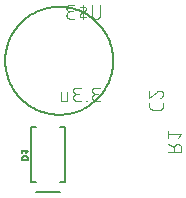
<source format=gbr>
G04 EAGLE Gerber X2 export*
%TF.Part,Single*%
%TF.FileFunction,Legend,Bot,1*%
%TF.FilePolarity,Positive*%
%TF.GenerationSoftware,Autodesk,EAGLE,8.6.3*%
%TF.CreationDate,2018-02-24T21:50:36Z*%
G75*
%MOMM*%
%FSLAX34Y34*%
%LPD*%
%AMOC8*
5,1,8,0,0,1.08239X$1,22.5*%
G01*
%ADD10C,0.101600*%
%ADD11C,0.203200*%
%ADD12C,0.127000*%


D10*
X40340Y22617D02*
X40340Y20020D01*
X40342Y19921D01*
X40348Y19821D01*
X40357Y19722D01*
X40370Y19624D01*
X40387Y19526D01*
X40408Y19428D01*
X40433Y19332D01*
X40461Y19237D01*
X40493Y19143D01*
X40528Y19050D01*
X40567Y18958D01*
X40610Y18868D01*
X40655Y18780D01*
X40705Y18693D01*
X40757Y18609D01*
X40813Y18526D01*
X40871Y18446D01*
X40933Y18368D01*
X40998Y18293D01*
X41066Y18220D01*
X41136Y18150D01*
X41209Y18082D01*
X41284Y18017D01*
X41362Y17955D01*
X41442Y17897D01*
X41525Y17841D01*
X41609Y17789D01*
X41696Y17739D01*
X41784Y17694D01*
X41874Y17651D01*
X41966Y17612D01*
X42059Y17577D01*
X42153Y17545D01*
X42248Y17517D01*
X42344Y17492D01*
X42442Y17471D01*
X42540Y17454D01*
X42638Y17441D01*
X42737Y17432D01*
X42837Y17426D01*
X42936Y17424D01*
X49428Y17424D01*
X49527Y17426D01*
X49627Y17432D01*
X49726Y17441D01*
X49824Y17454D01*
X49922Y17471D01*
X50020Y17492D01*
X50116Y17517D01*
X50211Y17545D01*
X50305Y17577D01*
X50398Y17612D01*
X50490Y17651D01*
X50580Y17694D01*
X50668Y17739D01*
X50755Y17789D01*
X50839Y17841D01*
X50922Y17897D01*
X51002Y17955D01*
X51080Y18017D01*
X51155Y18082D01*
X51228Y18150D01*
X51298Y18220D01*
X51366Y18293D01*
X51431Y18368D01*
X51493Y18446D01*
X51551Y18526D01*
X51607Y18609D01*
X51659Y18693D01*
X51709Y18780D01*
X51754Y18868D01*
X51797Y18958D01*
X51836Y19050D01*
X51871Y19142D01*
X51903Y19237D01*
X51931Y19332D01*
X51956Y19428D01*
X51977Y19526D01*
X51994Y19624D01*
X52007Y19722D01*
X52016Y19821D01*
X52022Y19921D01*
X52024Y20020D01*
X52024Y22617D01*
X52024Y30552D02*
X52022Y30659D01*
X52016Y30765D01*
X52006Y30871D01*
X51993Y30977D01*
X51975Y31083D01*
X51954Y31187D01*
X51929Y31291D01*
X51900Y31394D01*
X51868Y31495D01*
X51831Y31595D01*
X51791Y31694D01*
X51748Y31792D01*
X51701Y31888D01*
X51650Y31982D01*
X51596Y32074D01*
X51539Y32164D01*
X51479Y32252D01*
X51415Y32337D01*
X51348Y32420D01*
X51278Y32501D01*
X51206Y32579D01*
X51130Y32655D01*
X51052Y32727D01*
X50971Y32797D01*
X50888Y32864D01*
X50803Y32928D01*
X50715Y32988D01*
X50625Y33045D01*
X50533Y33099D01*
X50439Y33150D01*
X50343Y33197D01*
X50245Y33240D01*
X50146Y33280D01*
X50046Y33317D01*
X49945Y33349D01*
X49842Y33378D01*
X49738Y33403D01*
X49634Y33424D01*
X49528Y33442D01*
X49422Y33455D01*
X49316Y33465D01*
X49210Y33471D01*
X49103Y33473D01*
X52024Y30552D02*
X52022Y30431D01*
X52016Y30310D01*
X52006Y30190D01*
X51993Y30069D01*
X51975Y29950D01*
X51954Y29830D01*
X51929Y29712D01*
X51900Y29595D01*
X51867Y29478D01*
X51831Y29363D01*
X51790Y29249D01*
X51747Y29136D01*
X51699Y29024D01*
X51648Y28915D01*
X51593Y28807D01*
X51535Y28700D01*
X51474Y28596D01*
X51409Y28494D01*
X51341Y28394D01*
X51270Y28296D01*
X51196Y28200D01*
X51119Y28107D01*
X51038Y28017D01*
X50955Y27929D01*
X50869Y27844D01*
X50780Y27761D01*
X50689Y27682D01*
X50595Y27605D01*
X50499Y27532D01*
X50401Y27462D01*
X50300Y27395D01*
X50197Y27331D01*
X50092Y27271D01*
X49985Y27214D01*
X49877Y27160D01*
X49767Y27110D01*
X49655Y27064D01*
X49542Y27021D01*
X49427Y26982D01*
X46831Y32500D02*
X46908Y32579D01*
X46989Y32655D01*
X47072Y32728D01*
X47157Y32798D01*
X47245Y32865D01*
X47335Y32929D01*
X47427Y32989D01*
X47522Y33046D01*
X47618Y33100D01*
X47716Y33151D01*
X47816Y33198D01*
X47918Y33242D01*
X48021Y33282D01*
X48125Y33318D01*
X48231Y33350D01*
X48337Y33379D01*
X48445Y33404D01*
X48553Y33426D01*
X48663Y33443D01*
X48772Y33457D01*
X48882Y33466D01*
X48993Y33472D01*
X49103Y33474D01*
X46831Y32500D02*
X40340Y26982D01*
X40340Y33473D01*
D11*
X-55530Y2328D02*
X-60030Y2328D01*
X-60030Y-43672D01*
X-55530Y-43672D01*
X-35530Y-43672D02*
X-31030Y-43672D01*
X-31030Y2328D01*
X-35530Y2328D01*
X-35530Y-52422D02*
X-55530Y-52422D01*
D12*
X-62675Y-24847D02*
X-67501Y-24847D01*
X-62675Y-24847D02*
X-62675Y-23507D01*
X-62677Y-23437D01*
X-62682Y-23367D01*
X-62692Y-23297D01*
X-62704Y-23228D01*
X-62721Y-23160D01*
X-62741Y-23093D01*
X-62764Y-23026D01*
X-62791Y-22962D01*
X-62821Y-22898D01*
X-62855Y-22837D01*
X-62891Y-22777D01*
X-62931Y-22719D01*
X-62974Y-22663D01*
X-63019Y-22610D01*
X-63068Y-22559D01*
X-63119Y-22510D01*
X-63172Y-22465D01*
X-63228Y-22422D01*
X-63286Y-22382D01*
X-63346Y-22346D01*
X-63407Y-22312D01*
X-63471Y-22282D01*
X-63535Y-22255D01*
X-63602Y-22232D01*
X-63669Y-22212D01*
X-63737Y-22195D01*
X-63806Y-22183D01*
X-63876Y-22173D01*
X-63946Y-22168D01*
X-64016Y-22166D01*
X-66161Y-22166D01*
X-66231Y-22168D01*
X-66301Y-22173D01*
X-66371Y-22183D01*
X-66440Y-22195D01*
X-66508Y-22212D01*
X-66575Y-22232D01*
X-66642Y-22255D01*
X-66706Y-22282D01*
X-66770Y-22312D01*
X-66832Y-22346D01*
X-66891Y-22382D01*
X-66949Y-22422D01*
X-67005Y-22465D01*
X-67058Y-22510D01*
X-67109Y-22559D01*
X-67158Y-22610D01*
X-67203Y-22663D01*
X-67246Y-22719D01*
X-67286Y-22777D01*
X-67322Y-22837D01*
X-67356Y-22898D01*
X-67386Y-22962D01*
X-67413Y-23026D01*
X-67436Y-23093D01*
X-67456Y-23160D01*
X-67473Y-23228D01*
X-67485Y-23297D01*
X-67495Y-23367D01*
X-67500Y-23437D01*
X-67502Y-23507D01*
X-67501Y-23507D02*
X-67501Y-24847D01*
X-63748Y-19178D02*
X-62675Y-17837D01*
X-67501Y-17837D01*
X-67501Y-16497D02*
X-67501Y-19178D01*
D10*
X55780Y-18266D02*
X67464Y-18266D01*
X67464Y-15020D01*
X67462Y-14907D01*
X67456Y-14794D01*
X67446Y-14681D01*
X67432Y-14568D01*
X67415Y-14456D01*
X67393Y-14345D01*
X67368Y-14235D01*
X67338Y-14125D01*
X67305Y-14017D01*
X67268Y-13910D01*
X67228Y-13804D01*
X67183Y-13700D01*
X67135Y-13597D01*
X67084Y-13496D01*
X67029Y-13397D01*
X66971Y-13300D01*
X66909Y-13205D01*
X66844Y-13112D01*
X66776Y-13022D01*
X66705Y-12934D01*
X66630Y-12848D01*
X66553Y-12765D01*
X66473Y-12685D01*
X66390Y-12608D01*
X66304Y-12533D01*
X66216Y-12462D01*
X66126Y-12394D01*
X66033Y-12329D01*
X65938Y-12267D01*
X65841Y-12209D01*
X65742Y-12154D01*
X65641Y-12103D01*
X65538Y-12055D01*
X65434Y-12010D01*
X65328Y-11970D01*
X65221Y-11933D01*
X65113Y-11900D01*
X65003Y-11870D01*
X64893Y-11845D01*
X64782Y-11823D01*
X64670Y-11806D01*
X64557Y-11792D01*
X64444Y-11782D01*
X64331Y-11776D01*
X64218Y-11774D01*
X64105Y-11776D01*
X63992Y-11782D01*
X63879Y-11792D01*
X63766Y-11806D01*
X63654Y-11823D01*
X63543Y-11845D01*
X63433Y-11870D01*
X63323Y-11900D01*
X63215Y-11933D01*
X63108Y-11970D01*
X63002Y-12010D01*
X62898Y-12055D01*
X62795Y-12103D01*
X62694Y-12154D01*
X62595Y-12209D01*
X62498Y-12267D01*
X62403Y-12329D01*
X62310Y-12394D01*
X62220Y-12462D01*
X62132Y-12533D01*
X62046Y-12608D01*
X61963Y-12685D01*
X61883Y-12765D01*
X61806Y-12848D01*
X61731Y-12934D01*
X61660Y-13022D01*
X61592Y-13112D01*
X61527Y-13205D01*
X61465Y-13300D01*
X61407Y-13397D01*
X61352Y-13496D01*
X61301Y-13597D01*
X61253Y-13700D01*
X61208Y-13804D01*
X61168Y-13910D01*
X61131Y-14017D01*
X61098Y-14125D01*
X61068Y-14235D01*
X61043Y-14345D01*
X61021Y-14456D01*
X61004Y-14568D01*
X60990Y-14681D01*
X60980Y-14794D01*
X60974Y-14907D01*
X60972Y-15020D01*
X60973Y-15020D02*
X60973Y-18266D01*
X60973Y-14371D02*
X55780Y-11775D01*
X64868Y-6910D02*
X67464Y-3664D01*
X55780Y-3664D01*
X55780Y-419D02*
X55780Y-6910D01*
D12*
X-81700Y58757D02*
X-81686Y59879D01*
X-81645Y60999D01*
X-81576Y62119D01*
X-81480Y63236D01*
X-81356Y64351D01*
X-81205Y65463D01*
X-81027Y66570D01*
X-80822Y67673D01*
X-80590Y68770D01*
X-80330Y69861D01*
X-80045Y70946D01*
X-79732Y72023D01*
X-79393Y73092D01*
X-79029Y74153D01*
X-78638Y75204D01*
X-78221Y76246D01*
X-77779Y77277D01*
X-77312Y78296D01*
X-76820Y79304D01*
X-76304Y80300D01*
X-75763Y81282D01*
X-75198Y82251D01*
X-74610Y83206D01*
X-73998Y84147D01*
X-73364Y85071D01*
X-72707Y85980D01*
X-72027Y86873D01*
X-71327Y87749D01*
X-70604Y88607D01*
X-69861Y89447D01*
X-69098Y90269D01*
X-68315Y91072D01*
X-67512Y91855D01*
X-66690Y92618D01*
X-65850Y93361D01*
X-64992Y94084D01*
X-64116Y94784D01*
X-63223Y95464D01*
X-62314Y96121D01*
X-61390Y96755D01*
X-60449Y97367D01*
X-59494Y97955D01*
X-58525Y98520D01*
X-57543Y99061D01*
X-56547Y99577D01*
X-55539Y100069D01*
X-54520Y100536D01*
X-53489Y100978D01*
X-52447Y101395D01*
X-51396Y101786D01*
X-50335Y102150D01*
X-49266Y102489D01*
X-48189Y102802D01*
X-47104Y103087D01*
X-46013Y103347D01*
X-44916Y103579D01*
X-43813Y103784D01*
X-42706Y103962D01*
X-41594Y104113D01*
X-40479Y104237D01*
X-39362Y104333D01*
X-38242Y104402D01*
X-37122Y104443D01*
X-36000Y104457D01*
X-34878Y104443D01*
X-33758Y104402D01*
X-32638Y104333D01*
X-31521Y104237D01*
X-30406Y104113D01*
X-29294Y103962D01*
X-28187Y103784D01*
X-27084Y103579D01*
X-25987Y103347D01*
X-24896Y103087D01*
X-23811Y102802D01*
X-22734Y102489D01*
X-21665Y102150D01*
X-20604Y101786D01*
X-19553Y101395D01*
X-18511Y100978D01*
X-17480Y100536D01*
X-16461Y100069D01*
X-15453Y99577D01*
X-14457Y99061D01*
X-13475Y98520D01*
X-12506Y97955D01*
X-11551Y97367D01*
X-10610Y96755D01*
X-9686Y96121D01*
X-8777Y95464D01*
X-7884Y94784D01*
X-7008Y94084D01*
X-6150Y93361D01*
X-5310Y92618D01*
X-4488Y91855D01*
X-3685Y91072D01*
X-2902Y90269D01*
X-2139Y89447D01*
X-1396Y88607D01*
X-673Y87749D01*
X27Y86873D01*
X707Y85980D01*
X1364Y85071D01*
X1998Y84147D01*
X2610Y83206D01*
X3198Y82251D01*
X3763Y81282D01*
X4304Y80300D01*
X4820Y79304D01*
X5312Y78296D01*
X5779Y77277D01*
X6221Y76246D01*
X6638Y75204D01*
X7029Y74153D01*
X7393Y73092D01*
X7732Y72023D01*
X8045Y70946D01*
X8330Y69861D01*
X8590Y68770D01*
X8822Y67673D01*
X9027Y66570D01*
X9205Y65463D01*
X9356Y64351D01*
X9480Y63236D01*
X9576Y62119D01*
X9645Y60999D01*
X9686Y59879D01*
X9700Y58757D01*
X9686Y57635D01*
X9645Y56515D01*
X9576Y55395D01*
X9480Y54278D01*
X9356Y53163D01*
X9205Y52051D01*
X9027Y50944D01*
X8822Y49841D01*
X8590Y48744D01*
X8330Y47653D01*
X8045Y46568D01*
X7732Y45491D01*
X7393Y44422D01*
X7029Y43361D01*
X6638Y42310D01*
X6221Y41268D01*
X5779Y40237D01*
X5312Y39218D01*
X4820Y38210D01*
X4304Y37214D01*
X3763Y36232D01*
X3198Y35263D01*
X2610Y34308D01*
X1998Y33367D01*
X1364Y32443D01*
X707Y31534D01*
X27Y30641D01*
X-673Y29765D01*
X-1396Y28907D01*
X-2139Y28067D01*
X-2902Y27245D01*
X-3685Y26442D01*
X-4488Y25659D01*
X-5310Y24896D01*
X-6150Y24153D01*
X-7008Y23430D01*
X-7884Y22730D01*
X-8777Y22050D01*
X-9686Y21393D01*
X-10610Y20759D01*
X-11551Y20147D01*
X-12506Y19559D01*
X-13475Y18994D01*
X-14457Y18453D01*
X-15453Y17937D01*
X-16461Y17445D01*
X-17480Y16978D01*
X-18511Y16536D01*
X-19553Y16119D01*
X-20604Y15728D01*
X-21665Y15364D01*
X-22734Y15025D01*
X-23811Y14712D01*
X-24896Y14427D01*
X-25987Y14167D01*
X-27084Y13935D01*
X-28187Y13730D01*
X-29294Y13552D01*
X-30406Y13401D01*
X-31521Y13277D01*
X-32638Y13181D01*
X-33758Y13112D01*
X-34878Y13071D01*
X-36000Y13057D01*
X-37122Y13071D01*
X-38242Y13112D01*
X-39362Y13181D01*
X-40479Y13277D01*
X-41594Y13401D01*
X-42706Y13552D01*
X-43813Y13730D01*
X-44916Y13935D01*
X-46013Y14167D01*
X-47104Y14427D01*
X-48189Y14712D01*
X-49266Y15025D01*
X-50335Y15364D01*
X-51396Y15728D01*
X-52447Y16119D01*
X-53489Y16536D01*
X-54520Y16978D01*
X-55539Y17445D01*
X-56547Y17937D01*
X-57543Y18453D01*
X-58525Y18994D01*
X-59494Y19559D01*
X-60449Y20147D01*
X-61390Y20759D01*
X-62314Y21393D01*
X-63223Y22050D01*
X-64116Y22730D01*
X-64992Y23430D01*
X-65850Y24153D01*
X-66690Y24896D01*
X-67512Y25659D01*
X-68315Y26442D01*
X-69098Y27245D01*
X-69861Y28067D01*
X-70604Y28907D01*
X-71327Y29765D01*
X-72027Y30641D01*
X-72707Y31534D01*
X-73364Y32443D01*
X-73998Y33367D01*
X-74610Y34308D01*
X-75198Y35263D01*
X-75763Y36232D01*
X-76304Y37214D01*
X-76820Y38210D01*
X-77312Y39218D01*
X-77779Y40237D01*
X-78221Y41268D01*
X-78638Y42310D01*
X-79029Y43361D01*
X-79393Y44422D01*
X-79732Y45491D01*
X-80045Y46568D01*
X-80330Y47653D01*
X-80590Y48744D01*
X-80822Y49841D01*
X-81027Y50944D01*
X-81205Y52051D01*
X-81356Y53163D01*
X-81480Y54278D01*
X-81576Y55395D01*
X-81645Y56515D01*
X-81686Y57635D01*
X-81700Y58757D01*
D10*
X-1608Y97411D02*
X-1608Y105849D01*
X-1608Y97411D02*
X-1610Y97298D01*
X-1616Y97185D01*
X-1626Y97072D01*
X-1640Y96959D01*
X-1657Y96847D01*
X-1679Y96736D01*
X-1704Y96626D01*
X-1734Y96516D01*
X-1767Y96408D01*
X-1804Y96301D01*
X-1844Y96195D01*
X-1889Y96091D01*
X-1937Y95988D01*
X-1988Y95887D01*
X-2043Y95788D01*
X-2101Y95691D01*
X-2163Y95596D01*
X-2228Y95503D01*
X-2296Y95413D01*
X-2367Y95325D01*
X-2442Y95239D01*
X-2519Y95156D01*
X-2599Y95076D01*
X-2682Y94999D01*
X-2768Y94924D01*
X-2856Y94853D01*
X-2946Y94785D01*
X-3039Y94720D01*
X-3134Y94658D01*
X-3231Y94600D01*
X-3330Y94545D01*
X-3431Y94494D01*
X-3534Y94446D01*
X-3638Y94401D01*
X-3744Y94361D01*
X-3851Y94324D01*
X-3959Y94291D01*
X-4069Y94261D01*
X-4179Y94236D01*
X-4290Y94214D01*
X-4402Y94197D01*
X-4515Y94183D01*
X-4628Y94173D01*
X-4741Y94167D01*
X-4854Y94165D01*
X-4967Y94167D01*
X-5080Y94173D01*
X-5193Y94183D01*
X-5306Y94197D01*
X-5418Y94214D01*
X-5529Y94236D01*
X-5639Y94261D01*
X-5749Y94291D01*
X-5857Y94324D01*
X-5964Y94361D01*
X-6070Y94401D01*
X-6174Y94446D01*
X-6277Y94494D01*
X-6378Y94545D01*
X-6477Y94600D01*
X-6574Y94658D01*
X-6669Y94720D01*
X-6762Y94785D01*
X-6852Y94853D01*
X-6940Y94924D01*
X-7026Y94999D01*
X-7109Y95076D01*
X-7189Y95156D01*
X-7266Y95239D01*
X-7341Y95325D01*
X-7412Y95413D01*
X-7480Y95503D01*
X-7545Y95596D01*
X-7607Y95691D01*
X-7665Y95788D01*
X-7720Y95887D01*
X-7771Y95988D01*
X-7819Y96091D01*
X-7864Y96195D01*
X-7904Y96301D01*
X-7941Y96408D01*
X-7974Y96516D01*
X-8004Y96626D01*
X-8029Y96736D01*
X-8051Y96847D01*
X-8068Y96959D01*
X-8082Y97072D01*
X-8092Y97185D01*
X-8098Y97298D01*
X-8100Y97411D01*
X-8099Y97411D02*
X-8099Y105849D01*
X-15903Y105849D02*
X-15903Y94165D01*
X-15903Y100007D02*
X-14280Y100981D01*
X-14279Y100981D02*
X-14206Y101028D01*
X-14135Y101077D01*
X-14065Y101130D01*
X-13999Y101186D01*
X-13935Y101245D01*
X-13873Y101306D01*
X-13815Y101370D01*
X-13759Y101437D01*
X-13707Y101506D01*
X-13657Y101578D01*
X-13611Y101652D01*
X-13568Y101727D01*
X-13529Y101805D01*
X-13493Y101884D01*
X-13461Y101965D01*
X-13432Y102047D01*
X-13407Y102130D01*
X-13386Y102214D01*
X-13369Y102299D01*
X-13355Y102385D01*
X-13346Y102471D01*
X-13340Y102558D01*
X-13338Y102645D01*
X-13340Y102732D01*
X-13346Y102819D01*
X-13356Y102905D01*
X-13369Y102991D01*
X-13387Y103076D01*
X-13408Y103160D01*
X-13433Y103243D01*
X-13462Y103326D01*
X-13494Y103406D01*
X-13530Y103485D01*
X-13569Y103563D01*
X-13612Y103638D01*
X-13659Y103712D01*
X-13708Y103783D01*
X-13761Y103853D01*
X-13816Y103919D01*
X-13875Y103983D01*
X-13936Y104045D01*
X-14001Y104104D01*
X-14067Y104159D01*
X-14136Y104212D01*
X-14208Y104262D01*
X-14281Y104308D01*
X-14357Y104351D01*
X-14434Y104390D01*
X-14513Y104426D01*
X-14594Y104459D01*
X-14676Y104487D01*
X-14759Y104513D01*
X-14843Y104534D01*
X-14929Y104551D01*
X-15069Y104575D01*
X-15211Y104595D01*
X-15352Y104611D01*
X-15494Y104622D01*
X-15637Y104630D01*
X-15779Y104634D01*
X-15922Y104635D01*
X-16065Y104631D01*
X-16207Y104623D01*
X-16349Y104611D01*
X-16491Y104595D01*
X-16632Y104576D01*
X-16773Y104552D01*
X-16913Y104525D01*
X-17052Y104493D01*
X-17190Y104458D01*
X-17328Y104419D01*
X-17464Y104376D01*
X-17598Y104330D01*
X-17732Y104279D01*
X-17864Y104226D01*
X-17994Y104168D01*
X-18123Y104107D01*
X-18250Y104042D01*
X-18376Y103974D01*
X-18499Y103902D01*
X-15903Y100007D02*
X-17525Y99034D01*
X-17526Y99034D02*
X-17599Y98987D01*
X-17670Y98938D01*
X-17740Y98885D01*
X-17806Y98829D01*
X-17870Y98770D01*
X-17932Y98709D01*
X-17990Y98645D01*
X-18046Y98578D01*
X-18098Y98509D01*
X-18148Y98437D01*
X-18194Y98363D01*
X-18237Y98288D01*
X-18276Y98210D01*
X-18312Y98131D01*
X-18344Y98050D01*
X-18373Y97968D01*
X-18398Y97885D01*
X-18419Y97801D01*
X-18436Y97716D01*
X-18450Y97630D01*
X-18459Y97544D01*
X-18465Y97457D01*
X-18467Y97370D01*
X-18465Y97283D01*
X-18459Y97196D01*
X-18449Y97110D01*
X-18436Y97024D01*
X-18418Y96939D01*
X-18397Y96855D01*
X-18372Y96772D01*
X-18343Y96689D01*
X-18311Y96609D01*
X-18275Y96530D01*
X-18236Y96452D01*
X-18193Y96377D01*
X-18146Y96303D01*
X-18097Y96232D01*
X-18044Y96162D01*
X-17989Y96096D01*
X-17930Y96032D01*
X-17869Y95970D01*
X-17804Y95911D01*
X-17738Y95856D01*
X-17669Y95803D01*
X-17597Y95753D01*
X-17524Y95707D01*
X-17448Y95664D01*
X-17371Y95625D01*
X-17292Y95589D01*
X-17211Y95556D01*
X-17129Y95528D01*
X-17046Y95502D01*
X-16962Y95481D01*
X-16877Y95464D01*
X-16876Y95463D02*
X-16736Y95439D01*
X-16594Y95419D01*
X-16453Y95403D01*
X-16311Y95392D01*
X-16168Y95384D01*
X-16026Y95380D01*
X-15883Y95379D01*
X-15740Y95383D01*
X-15598Y95391D01*
X-15456Y95403D01*
X-15314Y95419D01*
X-15173Y95438D01*
X-15032Y95462D01*
X-14892Y95489D01*
X-14753Y95521D01*
X-14615Y95556D01*
X-14477Y95595D01*
X-14341Y95638D01*
X-14207Y95684D01*
X-14073Y95735D01*
X-13941Y95788D01*
X-13811Y95846D01*
X-13682Y95907D01*
X-13555Y95972D01*
X-13429Y96040D01*
X-13306Y96112D01*
X-23325Y94165D02*
X-26571Y94165D01*
X-26684Y94167D01*
X-26797Y94173D01*
X-26910Y94183D01*
X-27023Y94197D01*
X-27135Y94214D01*
X-27246Y94236D01*
X-27356Y94261D01*
X-27466Y94291D01*
X-27574Y94324D01*
X-27681Y94361D01*
X-27787Y94401D01*
X-27891Y94446D01*
X-27994Y94494D01*
X-28095Y94545D01*
X-28194Y94600D01*
X-28291Y94658D01*
X-28386Y94720D01*
X-28479Y94785D01*
X-28569Y94853D01*
X-28657Y94924D01*
X-28743Y94999D01*
X-28826Y95076D01*
X-28906Y95156D01*
X-28983Y95239D01*
X-29058Y95325D01*
X-29129Y95413D01*
X-29197Y95503D01*
X-29262Y95596D01*
X-29324Y95691D01*
X-29382Y95788D01*
X-29437Y95887D01*
X-29488Y95988D01*
X-29536Y96091D01*
X-29581Y96195D01*
X-29621Y96301D01*
X-29658Y96408D01*
X-29691Y96516D01*
X-29721Y96626D01*
X-29746Y96736D01*
X-29768Y96847D01*
X-29785Y96959D01*
X-29799Y97072D01*
X-29809Y97185D01*
X-29815Y97298D01*
X-29817Y97411D01*
X-29815Y97524D01*
X-29809Y97637D01*
X-29799Y97750D01*
X-29785Y97863D01*
X-29768Y97975D01*
X-29746Y98086D01*
X-29721Y98196D01*
X-29691Y98306D01*
X-29658Y98414D01*
X-29621Y98521D01*
X-29581Y98627D01*
X-29536Y98731D01*
X-29488Y98834D01*
X-29437Y98935D01*
X-29382Y99034D01*
X-29324Y99131D01*
X-29262Y99226D01*
X-29197Y99319D01*
X-29129Y99409D01*
X-29058Y99497D01*
X-28983Y99583D01*
X-28906Y99666D01*
X-28826Y99746D01*
X-28743Y99823D01*
X-28657Y99898D01*
X-28569Y99969D01*
X-28479Y100037D01*
X-28386Y100102D01*
X-28291Y100164D01*
X-28194Y100222D01*
X-28095Y100277D01*
X-27994Y100328D01*
X-27891Y100376D01*
X-27787Y100421D01*
X-27681Y100461D01*
X-27574Y100498D01*
X-27466Y100531D01*
X-27356Y100561D01*
X-27246Y100586D01*
X-27135Y100608D01*
X-27023Y100625D01*
X-26910Y100639D01*
X-26797Y100649D01*
X-26684Y100655D01*
X-26571Y100657D01*
X-27220Y105849D02*
X-23325Y105849D01*
X-27220Y105849D02*
X-27321Y105847D01*
X-27421Y105841D01*
X-27521Y105831D01*
X-27621Y105818D01*
X-27720Y105800D01*
X-27819Y105779D01*
X-27916Y105754D01*
X-28013Y105725D01*
X-28108Y105692D01*
X-28202Y105656D01*
X-28294Y105616D01*
X-28385Y105573D01*
X-28474Y105526D01*
X-28561Y105476D01*
X-28647Y105422D01*
X-28730Y105365D01*
X-28810Y105305D01*
X-28889Y105242D01*
X-28965Y105175D01*
X-29038Y105106D01*
X-29108Y105034D01*
X-29176Y104960D01*
X-29241Y104883D01*
X-29302Y104803D01*
X-29361Y104721D01*
X-29416Y104637D01*
X-29468Y104551D01*
X-29517Y104463D01*
X-29562Y104373D01*
X-29604Y104281D01*
X-29642Y104188D01*
X-29676Y104093D01*
X-29707Y103998D01*
X-29734Y103901D01*
X-29757Y103803D01*
X-29777Y103704D01*
X-29792Y103604D01*
X-29804Y103504D01*
X-29812Y103404D01*
X-29816Y103303D01*
X-29816Y103203D01*
X-29812Y103102D01*
X-29804Y103002D01*
X-29792Y102902D01*
X-29777Y102802D01*
X-29757Y102703D01*
X-29734Y102605D01*
X-29707Y102508D01*
X-29676Y102413D01*
X-29642Y102318D01*
X-29604Y102225D01*
X-29562Y102133D01*
X-29517Y102043D01*
X-29468Y101955D01*
X-29416Y101869D01*
X-29361Y101785D01*
X-29302Y101703D01*
X-29241Y101623D01*
X-29176Y101546D01*
X-29108Y101472D01*
X-29038Y101400D01*
X-28965Y101331D01*
X-28889Y101264D01*
X-28810Y101201D01*
X-28730Y101141D01*
X-28647Y101084D01*
X-28561Y101030D01*
X-28474Y100980D01*
X-28385Y100933D01*
X-28294Y100890D01*
X-28202Y100850D01*
X-28108Y100814D01*
X-28013Y100781D01*
X-27916Y100752D01*
X-27819Y100727D01*
X-27720Y100706D01*
X-27621Y100688D01*
X-27521Y100675D01*
X-27421Y100665D01*
X-27321Y100659D01*
X-27220Y100657D01*
X-27220Y100656D02*
X-24623Y100656D01*
X-4854Y24365D02*
X-1608Y24365D01*
X-4854Y24365D02*
X-4967Y24367D01*
X-5080Y24373D01*
X-5193Y24383D01*
X-5306Y24397D01*
X-5418Y24414D01*
X-5529Y24436D01*
X-5639Y24461D01*
X-5749Y24491D01*
X-5857Y24524D01*
X-5964Y24561D01*
X-6070Y24601D01*
X-6174Y24646D01*
X-6277Y24694D01*
X-6378Y24745D01*
X-6477Y24800D01*
X-6574Y24858D01*
X-6669Y24920D01*
X-6762Y24985D01*
X-6852Y25053D01*
X-6940Y25124D01*
X-7026Y25199D01*
X-7109Y25276D01*
X-7189Y25356D01*
X-7266Y25439D01*
X-7341Y25525D01*
X-7412Y25613D01*
X-7480Y25703D01*
X-7545Y25796D01*
X-7607Y25891D01*
X-7665Y25988D01*
X-7720Y26087D01*
X-7771Y26188D01*
X-7819Y26291D01*
X-7864Y26395D01*
X-7904Y26501D01*
X-7941Y26608D01*
X-7974Y26716D01*
X-8004Y26826D01*
X-8029Y26936D01*
X-8051Y27047D01*
X-8068Y27159D01*
X-8082Y27272D01*
X-8092Y27385D01*
X-8098Y27498D01*
X-8100Y27611D01*
X-8098Y27724D01*
X-8092Y27837D01*
X-8082Y27950D01*
X-8068Y28063D01*
X-8051Y28175D01*
X-8029Y28286D01*
X-8004Y28396D01*
X-7974Y28506D01*
X-7941Y28614D01*
X-7904Y28721D01*
X-7864Y28827D01*
X-7819Y28931D01*
X-7771Y29034D01*
X-7720Y29135D01*
X-7665Y29234D01*
X-7607Y29331D01*
X-7545Y29426D01*
X-7480Y29519D01*
X-7412Y29609D01*
X-7341Y29697D01*
X-7266Y29783D01*
X-7189Y29866D01*
X-7109Y29946D01*
X-7026Y30023D01*
X-6940Y30098D01*
X-6852Y30169D01*
X-6762Y30237D01*
X-6669Y30302D01*
X-6574Y30364D01*
X-6477Y30422D01*
X-6378Y30477D01*
X-6277Y30528D01*
X-6174Y30576D01*
X-6070Y30621D01*
X-5964Y30661D01*
X-5857Y30698D01*
X-5749Y30731D01*
X-5639Y30761D01*
X-5529Y30786D01*
X-5418Y30808D01*
X-5306Y30825D01*
X-5193Y30839D01*
X-5080Y30849D01*
X-4967Y30855D01*
X-4854Y30857D01*
X-5503Y36049D02*
X-1608Y36049D01*
X-5503Y36049D02*
X-5604Y36047D01*
X-5704Y36041D01*
X-5804Y36031D01*
X-5904Y36018D01*
X-6003Y36000D01*
X-6102Y35979D01*
X-6199Y35954D01*
X-6296Y35925D01*
X-6391Y35892D01*
X-6485Y35856D01*
X-6577Y35816D01*
X-6668Y35773D01*
X-6757Y35726D01*
X-6844Y35676D01*
X-6930Y35622D01*
X-7013Y35565D01*
X-7093Y35505D01*
X-7172Y35442D01*
X-7248Y35375D01*
X-7321Y35306D01*
X-7391Y35234D01*
X-7459Y35160D01*
X-7524Y35083D01*
X-7585Y35003D01*
X-7644Y34921D01*
X-7699Y34837D01*
X-7751Y34751D01*
X-7800Y34663D01*
X-7845Y34573D01*
X-7887Y34481D01*
X-7925Y34388D01*
X-7959Y34293D01*
X-7990Y34198D01*
X-8017Y34101D01*
X-8040Y34003D01*
X-8060Y33904D01*
X-8075Y33804D01*
X-8087Y33704D01*
X-8095Y33604D01*
X-8099Y33503D01*
X-8099Y33403D01*
X-8095Y33302D01*
X-8087Y33202D01*
X-8075Y33102D01*
X-8060Y33002D01*
X-8040Y32903D01*
X-8017Y32805D01*
X-7990Y32708D01*
X-7959Y32613D01*
X-7925Y32518D01*
X-7887Y32425D01*
X-7845Y32333D01*
X-7800Y32243D01*
X-7751Y32155D01*
X-7699Y32069D01*
X-7644Y31985D01*
X-7585Y31903D01*
X-7524Y31823D01*
X-7459Y31746D01*
X-7391Y31672D01*
X-7321Y31600D01*
X-7248Y31531D01*
X-7172Y31464D01*
X-7093Y31401D01*
X-7013Y31341D01*
X-6930Y31284D01*
X-6844Y31230D01*
X-6757Y31180D01*
X-6668Y31133D01*
X-6577Y31090D01*
X-6485Y31050D01*
X-6391Y31014D01*
X-6296Y30981D01*
X-6199Y30952D01*
X-6102Y30927D01*
X-6003Y30906D01*
X-5904Y30888D01*
X-5804Y30875D01*
X-5704Y30865D01*
X-5604Y30859D01*
X-5503Y30857D01*
X-5503Y30856D02*
X-2906Y30856D01*
X-12530Y25014D02*
X-12530Y24365D01*
X-12530Y25014D02*
X-13179Y25014D01*
X-13179Y24365D01*
X-12530Y24365D01*
X-17610Y24365D02*
X-20855Y24365D01*
X-20968Y24367D01*
X-21081Y24373D01*
X-21194Y24383D01*
X-21307Y24397D01*
X-21419Y24414D01*
X-21530Y24436D01*
X-21640Y24461D01*
X-21750Y24491D01*
X-21858Y24524D01*
X-21965Y24561D01*
X-22071Y24601D01*
X-22175Y24646D01*
X-22278Y24694D01*
X-22379Y24745D01*
X-22478Y24800D01*
X-22575Y24858D01*
X-22670Y24920D01*
X-22763Y24985D01*
X-22853Y25053D01*
X-22941Y25124D01*
X-23027Y25199D01*
X-23110Y25276D01*
X-23190Y25356D01*
X-23267Y25439D01*
X-23342Y25525D01*
X-23413Y25613D01*
X-23481Y25703D01*
X-23546Y25796D01*
X-23608Y25891D01*
X-23666Y25988D01*
X-23721Y26087D01*
X-23772Y26188D01*
X-23820Y26291D01*
X-23865Y26395D01*
X-23905Y26501D01*
X-23942Y26608D01*
X-23975Y26716D01*
X-24005Y26826D01*
X-24030Y26936D01*
X-24052Y27047D01*
X-24069Y27159D01*
X-24083Y27272D01*
X-24093Y27385D01*
X-24099Y27498D01*
X-24101Y27611D01*
X-24099Y27724D01*
X-24093Y27837D01*
X-24083Y27950D01*
X-24069Y28063D01*
X-24052Y28175D01*
X-24030Y28286D01*
X-24005Y28396D01*
X-23975Y28506D01*
X-23942Y28614D01*
X-23905Y28721D01*
X-23865Y28827D01*
X-23820Y28931D01*
X-23772Y29034D01*
X-23721Y29135D01*
X-23666Y29234D01*
X-23608Y29331D01*
X-23546Y29426D01*
X-23481Y29519D01*
X-23413Y29609D01*
X-23342Y29697D01*
X-23267Y29783D01*
X-23190Y29866D01*
X-23110Y29946D01*
X-23027Y30023D01*
X-22941Y30098D01*
X-22853Y30169D01*
X-22763Y30237D01*
X-22670Y30302D01*
X-22575Y30364D01*
X-22478Y30422D01*
X-22379Y30477D01*
X-22278Y30528D01*
X-22175Y30576D01*
X-22071Y30621D01*
X-21965Y30661D01*
X-21858Y30698D01*
X-21750Y30731D01*
X-21640Y30761D01*
X-21530Y30786D01*
X-21419Y30808D01*
X-21307Y30825D01*
X-21194Y30839D01*
X-21081Y30849D01*
X-20968Y30855D01*
X-20855Y30857D01*
X-21505Y36049D02*
X-17610Y36049D01*
X-21505Y36049D02*
X-21606Y36047D01*
X-21706Y36041D01*
X-21806Y36031D01*
X-21906Y36018D01*
X-22005Y36000D01*
X-22104Y35979D01*
X-22201Y35954D01*
X-22298Y35925D01*
X-22393Y35892D01*
X-22487Y35856D01*
X-22579Y35816D01*
X-22670Y35773D01*
X-22759Y35726D01*
X-22846Y35676D01*
X-22932Y35622D01*
X-23015Y35565D01*
X-23095Y35505D01*
X-23174Y35442D01*
X-23250Y35375D01*
X-23323Y35306D01*
X-23393Y35234D01*
X-23461Y35160D01*
X-23526Y35083D01*
X-23587Y35003D01*
X-23646Y34921D01*
X-23701Y34837D01*
X-23753Y34751D01*
X-23802Y34663D01*
X-23847Y34573D01*
X-23889Y34481D01*
X-23927Y34388D01*
X-23961Y34293D01*
X-23992Y34198D01*
X-24019Y34101D01*
X-24042Y34003D01*
X-24062Y33904D01*
X-24077Y33804D01*
X-24089Y33704D01*
X-24097Y33604D01*
X-24101Y33503D01*
X-24101Y33403D01*
X-24097Y33302D01*
X-24089Y33202D01*
X-24077Y33102D01*
X-24062Y33002D01*
X-24042Y32903D01*
X-24019Y32805D01*
X-23992Y32708D01*
X-23961Y32613D01*
X-23927Y32518D01*
X-23889Y32425D01*
X-23847Y32333D01*
X-23802Y32243D01*
X-23753Y32155D01*
X-23701Y32069D01*
X-23646Y31985D01*
X-23587Y31903D01*
X-23526Y31823D01*
X-23461Y31746D01*
X-23393Y31672D01*
X-23323Y31600D01*
X-23250Y31531D01*
X-23174Y31464D01*
X-23095Y31401D01*
X-23015Y31341D01*
X-22932Y31284D01*
X-22846Y31230D01*
X-22759Y31180D01*
X-22670Y31133D01*
X-22579Y31090D01*
X-22487Y31050D01*
X-22393Y31014D01*
X-22298Y30981D01*
X-22201Y30952D01*
X-22104Y30927D01*
X-22005Y30906D01*
X-21906Y30888D01*
X-21806Y30875D01*
X-21706Y30865D01*
X-21606Y30859D01*
X-21505Y30857D01*
X-21505Y30856D02*
X-18908Y30856D01*
X-29308Y32155D02*
X-29308Y26313D01*
X-29310Y26226D01*
X-29316Y26138D01*
X-29326Y26052D01*
X-29339Y25965D01*
X-29357Y25880D01*
X-29378Y25795D01*
X-29403Y25711D01*
X-29432Y25629D01*
X-29465Y25548D01*
X-29501Y25468D01*
X-29540Y25390D01*
X-29584Y25314D01*
X-29630Y25240D01*
X-29680Y25169D01*
X-29733Y25099D01*
X-29789Y25032D01*
X-29848Y24968D01*
X-29910Y24906D01*
X-29974Y24847D01*
X-30041Y24791D01*
X-30111Y24738D01*
X-30182Y24688D01*
X-30256Y24642D01*
X-30332Y24598D01*
X-30410Y24559D01*
X-30490Y24523D01*
X-30571Y24490D01*
X-30653Y24461D01*
X-30737Y24436D01*
X-30822Y24415D01*
X-30907Y24397D01*
X-30994Y24384D01*
X-31080Y24374D01*
X-31168Y24368D01*
X-31255Y24366D01*
X-31255Y24365D02*
X-34501Y24365D01*
X-34501Y32155D01*
M02*

</source>
